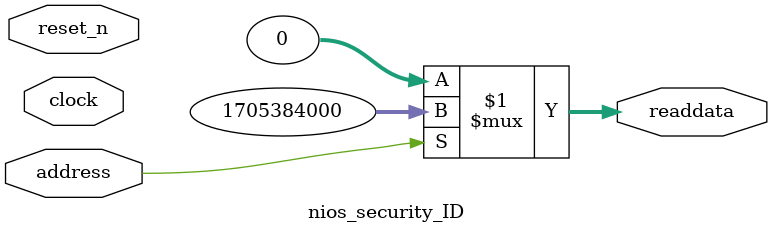
<source format=v>



// synthesis translate_off
`timescale 1ns / 1ps
// synthesis translate_on

// turn off superfluous verilog processor warnings 
// altera message_level Level1 
// altera message_off 10034 10035 10036 10037 10230 10240 10030 

module nios_security_ID (
               // inputs:
                address,
                clock,
                reset_n,

               // outputs:
                readdata
             )
;

  output  [ 31: 0] readdata;
  input            address;
  input            clock;
  input            reset_n;

  wire    [ 31: 0] readdata;
  //control_slave, which is an e_avalon_slave
  assign readdata = address ? 1705384000 : 0;

endmodule



</source>
